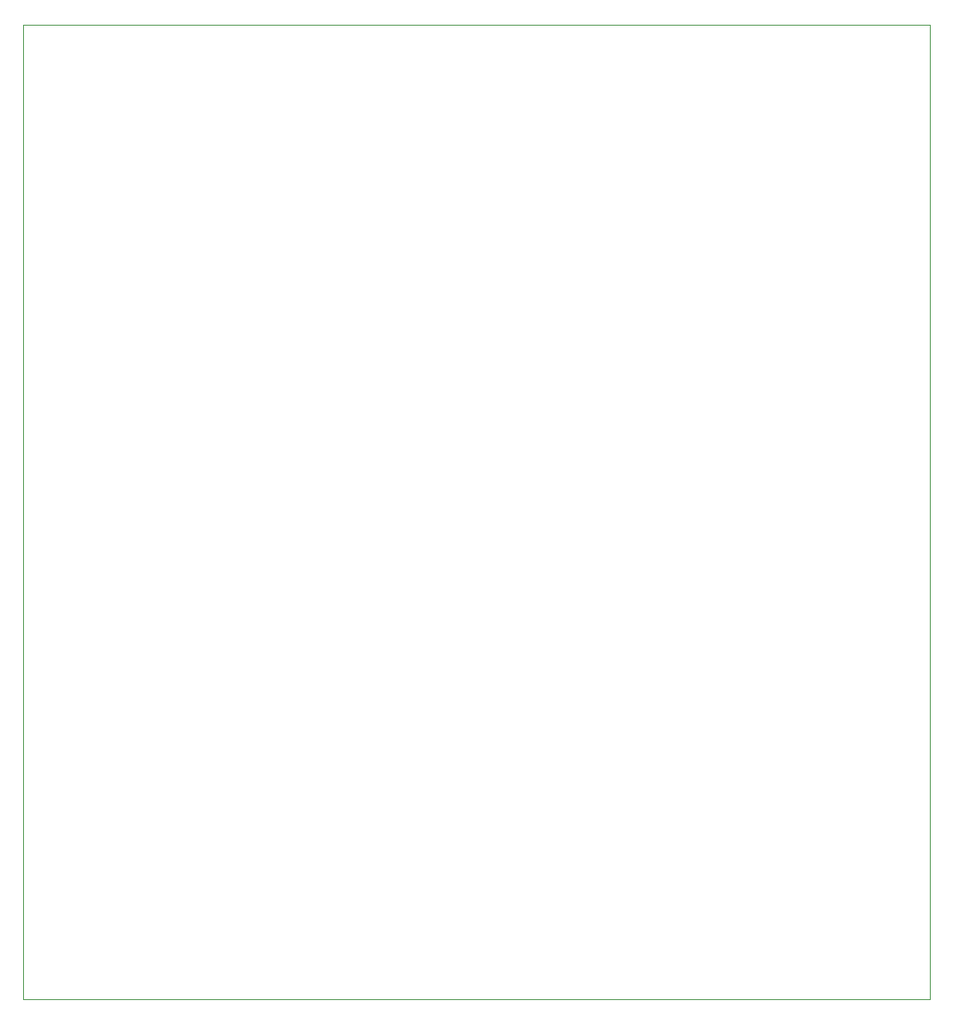
<source format=gbr>
G04 #@! TF.GenerationSoftware,KiCad,Pcbnew,8.0.8*
G04 #@! TF.CreationDate,2025-03-03T21:47:54-06:00*
G04 #@! TF.ProjectId,group13_esp,67726f75-7031-4335-9f65-73702e6b6963,rev?*
G04 #@! TF.SameCoordinates,Original*
G04 #@! TF.FileFunction,Profile,NP*
%FSLAX46Y46*%
G04 Gerber Fmt 4.6, Leading zero omitted, Abs format (unit mm)*
G04 Created by KiCad (PCBNEW 8.0.8) date 2025-03-03 21:47:54*
%MOMM*%
%LPD*%
G01*
G04 APERTURE LIST*
G04 #@! TA.AperFunction,Profile*
%ADD10C,0.050000*%
G04 #@! TD*
G04 APERTURE END LIST*
D10*
X78105000Y-30099000D02*
X171105000Y-30099000D01*
X171105000Y-129957000D01*
X78105000Y-129957000D01*
X78105000Y-30099000D01*
M02*

</source>
